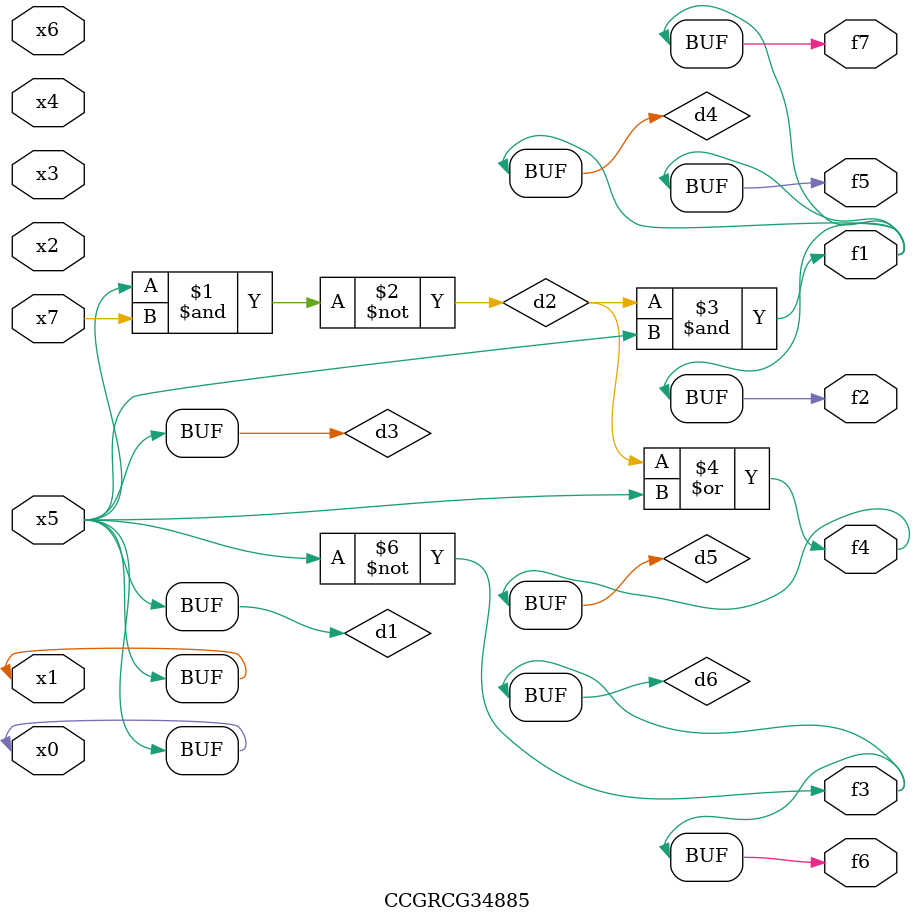
<source format=v>
module CCGRCG34885(
	input x0, x1, x2, x3, x4, x5, x6, x7,
	output f1, f2, f3, f4, f5, f6, f7
);

	wire d1, d2, d3, d4, d5, d6;

	buf (d1, x0, x5);
	nand (d2, x5, x7);
	buf (d3, x0, x1);
	and (d4, d2, d3);
	or (d5, d2, d3);
	nor (d6, d1, d3);
	assign f1 = d4;
	assign f2 = d4;
	assign f3 = d6;
	assign f4 = d5;
	assign f5 = d4;
	assign f6 = d6;
	assign f7 = d4;
endmodule

</source>
